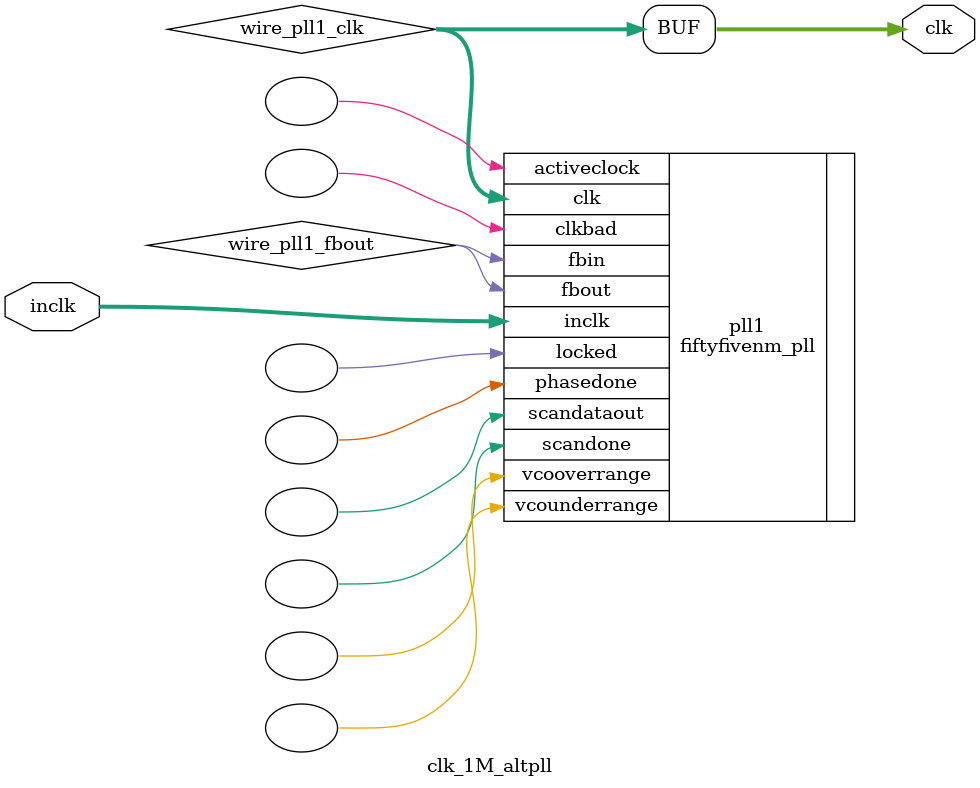
<source format=v>






//synthesis_resources = fiftyfivenm_pll 1 
//synopsys translate_off
`timescale 1 ps / 1 ps
//synopsys translate_on
module  clk_1M_altpll
	( 
	clk,
	inclk) /* synthesis synthesis_clearbox=1 */;
	output   [4:0]  clk;
	input   [1:0]  inclk;
`ifndef ALTERA_RESERVED_QIS
// synopsys translate_off
`endif
	tri0   [1:0]  inclk;
`ifndef ALTERA_RESERVED_QIS
// synopsys translate_on
`endif

	wire  [4:0]   wire_pll1_clk;
	wire  wire_pll1_fbout;

	fiftyfivenm_pll   pll1
	( 
	.activeclock(),
	.clk(wire_pll1_clk),
	.clkbad(),
	.fbin(wire_pll1_fbout),
	.fbout(wire_pll1_fbout),
	.inclk(inclk),
	.locked(),
	.phasedone(),
	.scandataout(),
	.scandone(),
	.vcooverrange(),
	.vcounderrange()
	`ifndef FORMAL_VERIFICATION
	// synopsys translate_off
	`endif
	,
	.areset(1'b0),
	.clkswitch(1'b0),
	.configupdate(1'b0),
	.pfdena(1'b1),
	.phasecounterselect({3{1'b0}}),
	.phasestep(1'b0),
	.phaseupdown(1'b0),
	.scanclk(1'b0),
	.scanclkena(1'b1),
	.scandata(1'b0)
	`ifndef FORMAL_VERIFICATION
	// synopsys translate_on
	`endif
	);
	defparam
		pll1.bandwidth_type = "auto",
		pll1.clk0_divide_by = 12,
		pll1.clk0_duty_cycle = 50,
		pll1.clk0_multiply_by = 1,
		pll1.clk0_phase_shift = "0",
		pll1.compensate_clock = "clk0",
		pll1.inclk0_input_frequency = 83333,
		pll1.operation_mode = "normal",
		pll1.pll_type = "auto",
		pll1.lpm_type = "fiftyfivenm_pll";
	assign
		clk = {wire_pll1_clk[4:0]};
endmodule //clk_1M_altpll
//VALID FILE

</source>
